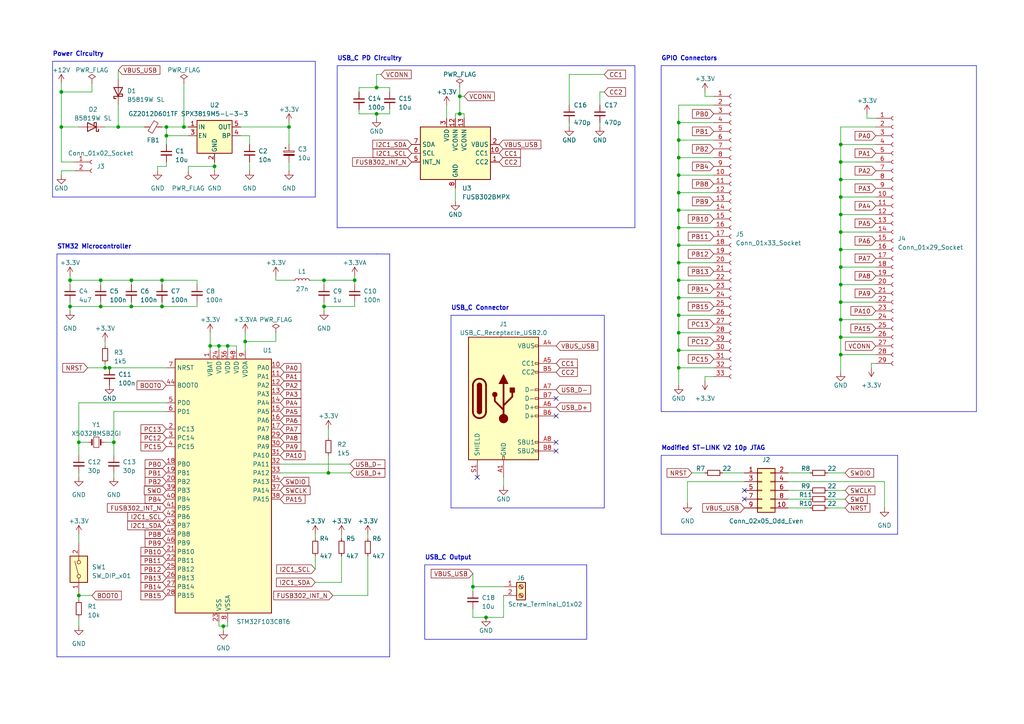
<source format=kicad_sch>
(kicad_sch (version 20230121) (generator eeschema)
  (paper "A4")
  (title_block (title "BluePill") (date "2023-04-18") (rev "1.0") (company "TadasCode"))
  (junction (at 60.96 100.33))
  (junction (at 133.35 27.94))
  (junction (at 243.84 72.39))
  (junction (at 243.84 77.47))
  (junction (at 22.86 128.27))
  (junction (at 243.84 102.87))
  (junction (at 243.84 52.07))
  (junction (at 48.26 36.83))
  (junction (at 140.97 179.07))
  (junction (at 196.85 81.28))
  (junction (at 243.84 87.63))
  (junction (at 46.99 81.28))
  (junction (at 53.34 36.83))
  (junction (at 196.85 76.2))
  (junction (at 109.22 33.02))
  (junction (at 83.82 36.83))
  (junction (at 109.22 25.4))
  (junction (at 22.86 172.72))
  (junction (at 243.84 67.31))
  (junction (at 196.85 55.88))
  (junction (at 196.85 40.64))
  (junction (at 29.21 81.28))
  (junction (at 196.85 35.56))
  (junction (at 137.16 170.18))
  (junction (at 33.02 128.27))
  (junction (at 243.84 92.71))
  (junction (at 243.84 82.55))
  (junction (at 71.12 99.06))
  (junction (at 34.29 36.83))
  (junction (at 243.84 62.23))
  (junction (at 31.75 106.68))
  (junction (at 196.85 60.96))
  (junction (at 93.98 81.28))
  (junction (at 196.85 96.52))
  (junction (at 243.84 46.99))
  (junction (at 95.25 137.16))
  (junction (at 102.87 81.28))
  (junction (at 17.78 26.67))
  (junction (at 196.85 101.6))
  (junction (at 66.04 100.33))
  (junction (at 196.85 45.72))
  (junction (at 20.32 81.28))
  (junction (at 20.32 88.9))
  (junction (at 243.84 97.79))
  (junction (at 196.85 91.44))
  (junction (at 38.1 88.9))
  (junction (at 196.85 71.12))
  (junction (at 62.23 48.26))
  (junction (at 30.48 106.68))
  (junction (at 46.99 88.9))
  (junction (at 64.77 181.61))
  (junction (at 48.26 39.37))
  (junction (at 243.84 57.15))
  (junction (at 196.85 66.04))
  (junction (at 133.35 33.02))
  (junction (at 93.98 88.9))
  (junction (at 29.21 88.9))
  (junction (at 17.78 36.83))
  (junction (at 196.85 50.8))
  (junction (at 196.85 86.36))
  (junction (at 243.84 41.91))
  (junction (at 196.85 106.68))
  (junction (at 63.5 100.33))
  (junction (at 38.1 81.28))
  (no_connect (at 161.29 130.81))
  (no_connect (at 215.9 142.24))
  (no_connect (at 161.29 115.57))
  (no_connect (at 138.43 138.43))
  (no_connect (at 215.9 144.78))
  (no_connect (at 161.29 128.27))
  (no_connect (at 161.29 120.65))
  (wire (pts (xy 48.26 39.37) (xy 54.61 39.37)))
  (wire (pts (xy 243.84 41.91) (xy 243.84 46.99)))
  (wire (pts (xy 196.85 86.36) (xy 196.85 91.44)))
  (wire (pts (xy 243.84 92.71) (xy 254 92.71)))
  (wire (pts (xy 102.87 81.28) (xy 93.98 81.28)))
  (polyline (pts (xy 184.15 19.05) (xy 97.79 19.05)))
  (wire (pts (xy 243.84 41.91) (xy 254 41.91)))
  (wire (pts (xy 137.16 170.18) (xy 146.05 170.18)))
  (wire (pts (xy 199.39 139.7) (xy 199.39 146.05)))
  (wire (pts (xy 60.96 100.33) (xy 63.5 100.33)))
  (wire (pts (xy 165.1 21.59) (xy 175.26 21.59)))
  (wire (pts (xy 137.16 170.18) (xy 137.16 171.45)))
  (wire (pts (xy 207.01 30.48) (xy 196.85 30.48)))
  (wire (pts (xy 22.86 172.72) (xy 22.86 173.99)))
  (wire (pts (xy 251.46 34.29) (xy 254 34.29)))
  (polyline (pts (xy 16.51 73.66) (xy 16.51 190.5)))
  (wire (pts (xy 137.16 176.53) (xy 137.16 179.07)))
  (wire (pts (xy 22.86 128.27) (xy 25.4 128.27)))
  (wire (pts (xy 33.02 128.27) (xy 33.02 132.08)))
  (wire (pts (xy 53.34 36.83) (xy 54.61 36.83)))
  (wire (pts (xy 134.62 34.29) (xy 134.62 33.02)))
  (wire (pts (xy 196.85 86.36) (xy 207.01 86.36)))
  (wire (pts (xy 254 36.83) (xy 243.84 36.83)))
  (wire (pts (xy 22.86 137.16) (xy 22.86 138.43)))
  (wire (pts (xy 63.5 100.33) (xy 66.04 100.33)))
  (wire (pts (xy 30.48 99.06) (xy 30.48 100.33)))
  (wire (pts (xy 57.15 88.9) (xy 46.99 88.9)))
  (wire (pts (xy 104.14 33.02) (xy 109.22 33.02)))
  (wire (pts (xy 101.6 134.62) (xy 81.28 134.62)))
  (wire (pts (xy 240.03 142.24) (xy 245.11 142.24)))
  (wire (pts (xy 21.59 49.53) (xy 17.78 49.53)))
  (wire (pts (xy 175.26 26.67) (xy 173.99 26.67)))
  (wire (pts (xy 196.85 50.8) (xy 207.01 50.8)))
  (wire (pts (xy 137.16 166.37) (xy 137.16 170.18)))
  (wire (pts (xy 243.84 97.79) (xy 254 97.79)))
  (wire (pts (xy 48.26 48.26) (xy 48.26 46.99)))
  (wire (pts (xy 243.84 57.15) (xy 254 57.15)))
  (wire (pts (xy 228.6 142.24) (xy 234.95 142.24)))
  (wire (pts (xy 204.47 27.94) (xy 204.47 26.67)))
  (wire (pts (xy 31.75 106.68) (xy 48.26 106.68)))
  (wire (pts (xy 33.02 137.16) (xy 33.02 138.43)))
  (wire (pts (xy 64.77 181.61) (xy 64.77 182.88)))
  (wire (pts (xy 57.15 87.63) (xy 57.15 88.9)))
  (wire (pts (xy 251.46 33.02) (xy 251.46 34.29)))
  (wire (pts (xy 29.21 87.63) (xy 29.21 88.9)))
  (wire (pts (xy 243.84 102.87) (xy 243.84 107.95)))
  (wire (pts (xy 45.72 48.26) (xy 45.72 49.53)))
  (wire (pts (xy 17.78 36.83) (xy 22.86 36.83)))
  (wire (pts (xy 196.85 45.72) (xy 207.01 45.72)))
  (wire (pts (xy 66.04 180.34) (xy 66.04 181.61)))
  (wire (pts (xy 54.61 49.53) (xy 54.61 48.26)))
  (wire (pts (xy 228.6 147.32) (xy 234.95 147.32)))
  (wire (pts (xy 26.67 26.67) (xy 17.78 26.67)))
  (wire (pts (xy 240.03 147.32) (xy 245.11 147.32)))
  (wire (pts (xy 22.86 179.07) (xy 22.86 181.61)))
  (wire (pts (xy 38.1 88.9) (xy 29.21 88.9)))
  (wire (pts (xy 243.84 52.07) (xy 243.84 57.15)))
  (wire (pts (xy 95.25 137.16) (xy 81.28 137.16)))
  (wire (pts (xy 69.85 39.37) (xy 72.39 39.37)))
  (wire (pts (xy 45.72 48.26) (xy 48.26 48.26)))
  (wire (pts (xy 243.84 97.79) (xy 243.84 102.87)))
  (wire (pts (xy 106.68 172.72) (xy 106.68 161.29)))
  (wire (pts (xy 29.21 81.28) (xy 29.21 82.55)))
  (wire (pts (xy 228.6 139.7) (xy 256.54 139.7)))
  (polyline (pts (xy 167.64 163.83) (xy 170.18 163.83)))
  (wire (pts (xy 243.84 62.23) (xy 243.84 67.31)))
  (polyline (pts (xy 260.35 132.08) (xy 260.35 154.94)))
  (wire (pts (xy 95.25 132.08) (xy 95.25 137.16)))
  (wire (pts (xy 196.85 96.52) (xy 207.01 96.52)))
  (wire (pts (xy 196.85 91.44) (xy 207.01 91.44)))
  (wire (pts (xy 207.01 109.22) (xy 204.47 109.22)))
  (wire (pts (xy 102.87 88.9) (xy 93.98 88.9)))
  (wire (pts (xy 20.32 81.28) (xy 29.21 81.28)))
  (wire (pts (xy 215.9 139.7) (xy 199.39 139.7)))
  (polyline (pts (xy 260.35 154.94) (xy 191.77 154.94)))
  (wire (pts (xy 80.01 80.01) (xy 80.01 81.28)))
  (wire (pts (xy 46.99 81.28) (xy 46.99 82.55)))
  (wire (pts (xy 29.21 88.9) (xy 20.32 88.9)))
  (wire (pts (xy 243.84 46.99) (xy 243.84 52.07)))
  (wire (pts (xy 243.84 77.47) (xy 243.84 82.55)))
  (wire (pts (xy 48.26 119.38) (xy 33.02 119.38)))
  (wire (pts (xy 30.48 128.27) (xy 33.02 128.27)))
  (wire (pts (xy 132.08 54.61) (xy 132.08 58.42)))
  (wire (pts (xy 196.85 106.68) (xy 207.01 106.68)))
  (wire (pts (xy 243.84 67.31) (xy 254 67.31)))
  (polyline (pts (xy 109.22 73.66) (xy 16.51 73.66)))
  (wire (pts (xy 196.85 55.88) (xy 207.01 55.88)))
  (wire (pts (xy 129.54 30.48) (xy 129.54 34.29)))
  (wire (pts (xy 243.84 82.55) (xy 254 82.55)))
  (wire (pts (xy 256.54 139.7) (xy 256.54 147.32)))
  (wire (pts (xy 101.6 137.16) (xy 95.25 137.16)))
  (wire (pts (xy 207.01 27.94) (xy 204.47 27.94)))
  (polyline (pts (xy 130.81 147.32) (xy 175.26 147.32)))
  (wire (pts (xy 243.84 87.63) (xy 254 87.63)))
  (wire (pts (xy 102.87 82.55) (xy 102.87 81.28)))
  (wire (pts (xy 96.52 172.72) (xy 106.68 172.72)))
  (polyline (pts (xy 123.19 163.83) (xy 123.19 179.07)))
  (wire (pts (xy 196.85 30.48) (xy 196.85 35.56)))
  (wire (pts (xy 196.85 55.88) (xy 196.85 60.96)))
  (wire (pts (xy 243.84 82.55) (xy 243.84 87.63)))
  (wire (pts (xy 137.16 179.07) (xy 140.97 179.07)))
  (wire (pts (xy 132.08 33.02) (xy 133.35 33.02)))
  (wire (pts (xy 63.5 180.34) (xy 63.5 181.61)))
  (wire (pts (xy 196.85 45.72) (xy 196.85 50.8)))
  (wire (pts (xy 243.84 52.07) (xy 254 52.07)))
  (wire (pts (xy 173.99 26.67) (xy 173.99 30.48)))
  (wire (pts (xy 25.4 106.68) (xy 30.48 106.68)))
  (wire (pts (xy 93.98 88.9) (xy 93.98 90.17)))
  (wire (pts (xy 243.84 57.15) (xy 243.84 62.23)))
  (wire (pts (xy 62.23 46.99) (xy 62.23 48.26)))
  (wire (pts (xy 200.66 137.16) (xy 204.47 137.16)))
  (polyline (pts (xy 283.21 119.38) (xy 283.21 19.05)))
  (polyline (pts (xy 283.21 19.05) (xy 191.77 19.05)))
  (wire (pts (xy 106.68 154.94) (xy 106.68 156.21)))
  (wire (pts (xy 63.5 181.61) (xy 64.77 181.61)))
  (wire (pts (xy 196.85 91.44) (xy 196.85 96.52)))
  (wire (pts (xy 133.35 27.94) (xy 133.35 33.02)))
  (wire (pts (xy 109.22 21.59) (xy 109.22 25.4)))
  (wire (pts (xy 72.39 39.37) (xy 72.39 41.91)))
  (wire (pts (xy 243.84 36.83) (xy 243.84 41.91)))
  (wire (pts (xy 80.01 99.06) (xy 71.12 99.06)))
  (wire (pts (xy 48.26 36.83) (xy 48.26 39.37)))
  (polyline (pts (xy 91.44 17.78) (xy 15.24 17.78)))
  (wire (pts (xy 38.1 81.28) (xy 46.99 81.28)))
  (wire (pts (xy 173.99 35.56) (xy 173.99 36.83)))
  (wire (pts (xy 146.05 138.43) (xy 146.05 140.97)))
  (wire (pts (xy 30.48 105.41) (xy 30.48 106.68)))
  (polyline (pts (xy 123.19 185.42) (xy 123.19 179.07)))
  (polyline (pts (xy 191.77 132.08) (xy 260.35 132.08)))
  (wire (pts (xy 71.12 96.52) (xy 71.12 99.06)))
  (wire (pts (xy 228.6 137.16) (xy 234.95 137.16)))
  (wire (pts (xy 243.84 72.39) (xy 243.84 77.47)))
  (wire (pts (xy 196.85 60.96) (xy 196.85 66.04)))
  (wire (pts (xy 146.05 172.72) (xy 146.05 179.07)))
  (wire (pts (xy 196.85 81.28) (xy 207.01 81.28)))
  (wire (pts (xy 132.08 34.29) (xy 132.08 33.02)))
  (wire (pts (xy 17.78 46.99) (xy 17.78 36.83)))
  (wire (pts (xy 93.98 81.28) (xy 93.98 82.55)))
  (polyline (pts (xy 130.81 91.44) (xy 130.81 147.32)))
  (wire (pts (xy 196.85 106.68) (xy 196.85 111.76)))
  (wire (pts (xy 48.26 116.84) (xy 22.86 116.84)))
  (wire (pts (xy 196.85 71.12) (xy 196.85 76.2)))
  (polyline (pts (xy 175.26 147.32) (xy 175.26 91.44)))
  (wire (pts (xy 57.15 81.28) (xy 57.15 82.55)))
  (wire (pts (xy 60.96 100.33) (xy 60.96 101.6)))
  (wire (pts (xy 22.86 154.94) (xy 22.86 157.48)))
  (polyline (pts (xy 184.15 66.04) (xy 184.15 19.05)))
  (wire (pts (xy 165.1 21.59) (xy 165.1 30.48)))
  (wire (pts (xy 104.14 31.75) (xy 104.14 33.02)))
  (wire (pts (xy 20.32 88.9) (xy 20.32 90.17)))
  (wire (pts (xy 240.03 144.78) (xy 245.11 144.78)))
  (wire (pts (xy 243.84 102.87) (xy 254 102.87)))
  (wire (pts (xy 109.22 25.4) (xy 113.03 25.4)))
  (wire (pts (xy 34.29 30.48) (xy 34.29 36.83)))
  (wire (pts (xy 34.29 36.83) (xy 41.91 36.83)))
  (wire (pts (xy 20.32 87.63) (xy 20.32 88.9)))
  (wire (pts (xy 53.34 24.13) (xy 53.34 36.83)))
  (wire (pts (xy 33.02 119.38) (xy 33.02 128.27)))
  (wire (pts (xy 72.39 46.99) (xy 72.39 49.53)))
  (wire (pts (xy 196.85 76.2) (xy 196.85 81.28)))
  (wire (pts (xy 196.85 76.2) (xy 207.01 76.2)))
  (wire (pts (xy 93.98 87.63) (xy 93.98 88.9)))
  (wire (pts (xy 95.25 124.46) (xy 95.25 127)))
  (polyline (pts (xy 191.77 132.08) (xy 191.77 154.94)))
  (polyline (pts (xy 191.77 19.05) (xy 191.77 119.38)))
  (wire (pts (xy 34.29 20.32) (xy 34.29 22.86)))
  (wire (pts (xy 46.99 36.83) (xy 48.26 36.83)))
  (wire (pts (xy 207.01 60.96) (xy 196.85 60.96)))
  (wire (pts (xy 196.85 66.04) (xy 207.01 66.04)))
  (wire (pts (xy 69.85 36.83) (xy 83.82 36.83)))
  (wire (pts (xy 133.35 33.02) (xy 134.62 33.02)))
  (wire (pts (xy 146.05 179.07) (xy 140.97 179.07)))
  (wire (pts (xy 99.06 168.91) (xy 99.06 161.29)))
  (wire (pts (xy 38.1 81.28) (xy 38.1 82.55)))
  (wire (pts (xy 91.44 154.94) (xy 91.44 156.21)))
  (wire (pts (xy 48.26 39.37) (xy 48.26 41.91)))
  (wire (pts (xy 68.58 100.33) (xy 68.58 101.6)))
  (polyline (pts (xy 16.51 190.5) (xy 113.03 190.5)))
  (wire (pts (xy 196.85 101.6) (xy 207.01 101.6)))
  (wire (pts (xy 26.67 24.13) (xy 26.67 26.67)))
  (wire (pts (xy 196.85 50.8) (xy 196.85 55.88)))
  (wire (pts (xy 104.14 26.67) (xy 104.14 25.4)))
  (wire (pts (xy 104.14 25.4) (xy 109.22 25.4)))
  (wire (pts (xy 66.04 100.33) (xy 68.58 100.33)))
  (polyline (pts (xy 170.18 163.83) (xy 170.18 185.42)))
  (polyline (pts (xy 97.79 19.05) (xy 97.79 66.04)))
  (polyline (pts (xy 170.18 185.42) (xy 123.19 185.42)))
  (wire (pts (xy 228.6 144.78) (xy 234.95 144.78)))
  (wire (pts (xy 26.67 172.72) (xy 22.86 172.72)))
  (wire (pts (xy 196.85 71.12) (xy 207.01 71.12)))
  (wire (pts (xy 240.03 137.16) (xy 245.11 137.16)))
  (wire (pts (xy 62.23 48.26) (xy 62.23 49.53)))
  (wire (pts (xy 196.85 96.52) (xy 196.85 101.6)))
  (wire (pts (xy 109.22 33.02) (xy 113.03 33.02)))
  (polyline (pts (xy 109.22 73.66) (xy 113.03 73.66)))
  (wire (pts (xy 196.85 35.56) (xy 196.85 40.64)))
  (wire (pts (xy 22.86 116.84) (xy 22.86 128.27)))
  (wire (pts (xy 110.49 21.59) (xy 109.22 21.59)))
  (wire (pts (xy 80.01 96.52) (xy 80.01 99.06)))
  (wire (pts (xy 204.47 109.22) (xy 204.47 110.49)))
  (polyline (pts (xy 175.26 91.44) (xy 130.81 91.44)))
  (wire (pts (xy 66.04 181.61) (xy 64.77 181.61)))
  (wire (pts (xy 90.17 81.28) (xy 93.98 81.28)))
  (wire (pts (xy 21.59 46.99) (xy 17.78 46.99)))
  (wire (pts (xy 91.44 165.1) (xy 91.44 161.29)))
  (wire (pts (xy 30.48 106.68) (xy 31.75 106.68)))
  (wire (pts (xy 60.96 96.52) (xy 60.96 100.33)))
  (polyline (pts (xy 15.24 17.78) (xy 15.24 57.15)))
  (polyline (pts (xy 15.24 57.15) (xy 91.44 57.15)))
  (wire (pts (xy 17.78 26.67) (xy 17.78 36.83)))
  (wire (pts (xy 48.26 36.83) (xy 53.34 36.83)))
  (wire (pts (xy 80.01 81.28) (xy 85.09 81.28)))
  (wire (pts (xy 17.78 24.13) (xy 17.78 26.67)))
  (polyline (pts (xy 123.19 163.83) (xy 167.64 163.83)))
  (wire (pts (xy 102.87 87.63) (xy 102.87 88.9)))
  (wire (pts (xy 17.78 49.53) (xy 17.78 50.8)))
  (wire (pts (xy 46.99 88.9) (xy 38.1 88.9)))
  (wire (pts (xy 134.62 27.94) (xy 133.35 27.94)))
  (wire (pts (xy 30.48 36.83) (xy 34.29 36.83)))
  (wire (pts (xy 243.84 67.31) (xy 243.84 72.39)))
  (wire (pts (xy 109.22 33.02) (xy 109.22 34.29)))
  (wire (pts (xy 38.1 87.63) (xy 38.1 88.9)))
  (wire (pts (xy 83.82 35.56) (xy 83.82 36.83)))
  (wire (pts (xy 20.32 80.01) (xy 20.32 81.28)))
  (wire (pts (xy 165.1 35.56) (xy 165.1 36.83)))
  (polyline (pts (xy 191.77 119.38) (xy 283.21 119.38)))
  (wire (pts (xy 243.84 92.71) (xy 243.84 97.79)))
  (wire (pts (xy 243.84 62.23) (xy 254 62.23)))
  (wire (pts (xy 20.32 81.28) (xy 20.32 82.55)))
  (wire (pts (xy 196.85 40.64) (xy 207.01 40.64)))
  (wire (pts (xy 254 46.99) (xy 243.84 46.99)))
  (wire (pts (xy 196.85 35.56) (xy 207.01 35.56)))
  (wire (pts (xy 71.12 99.06) (xy 71.12 101.6)))
  (wire (pts (xy 63.5 100.33) (xy 63.5 101.6)))
  (wire (pts (xy 22.86 128.27) (xy 22.86 132.08)))
  (wire (pts (xy 196.85 81.28) (xy 196.85 86.36)))
  (wire (pts (xy 196.85 101.6) (xy 196.85 106.68)))
  (wire (pts (xy 254 105.41) (xy 252.73 105.41)))
  (wire (pts (xy 113.03 33.02) (xy 113.03 31.75)))
  (wire (pts (xy 209.55 137.16) (xy 215.9 137.16)))
  (wire (pts (xy 133.35 25.4) (xy 133.35 27.94)))
  (wire (pts (xy 196.85 40.64) (xy 196.85 45.72)))
  (wire (pts (xy 66.04 100.33) (xy 66.04 101.6)))
  (wire (pts (xy 243.84 72.39) (xy 254 72.39)))
  (wire (pts (xy 243.84 77.47) (xy 254 77.47)))
  (wire (pts (xy 243.84 87.63) (xy 243.84 92.71)))
  (wire (pts (xy 102.87 80.01) (xy 102.87 81.28)))
  (wire (pts (xy 54.61 48.26) (xy 62.23 48.26)))
  (polyline (pts (xy 97.79 66.04) (xy 184.15 66.04)))
  (polyline (pts (xy 91.44 57.15) (xy 91.44 17.78)))
  (wire (pts (xy 46.99 87.63) (xy 46.99 88.9)))
  (wire (pts (xy 113.03 25.4) (xy 113.03 26.67)))
  (wire (pts (xy 29.21 81.28) (xy 38.1 81.28)))
  (polyline (pts (xy 113.03 190.5) (xy 113.03 73.66)))
  (wire (pts (xy 83.82 46.99) (xy 83.82 49.53)))
  (wire (pts (xy 99.06 154.94) (xy 99.06 156.21)))
  (wire (pts (xy 83.82 36.83) (xy 83.82 41.91)))
  (wire (pts (xy 196.85 66.04) (xy 196.85 71.12)))
  (wire (pts (xy 91.44 168.91) (xy 99.06 168.91)))
  (wire (pts (xy 252.73 105.41) (xy 252.73 106.68)))
  (wire (pts (xy 46.99 81.28) (xy 57.15 81.28)))
  (text "STM32 Microcontroller" (at 16.51 72.39 0) (effects (font (size 1.27 1.27) (thickness 0.254) bold) (justify left bottom)))
  (text "Modified ST-LINK V2 10p JTAG" (at 191.77 130.81 0) (effects (font (size 1.27 1.27) bold) (justify left bottom)))
  (text "USB_C Connector" (at 130.81 90.17 0) (effects (font (size 1.27 1.27) bold) (justify left bottom)))
  (text "Power Circuitry" (at 15.24 16.51 0) (effects (font (size 1.27 1.27) (thickness 0.254) bold) (justify left bottom)))
  (text "GPIO Connectors" (at 191.77 17.78 0) (effects (font (size 1.27 1.27) bold) (justify left bottom)))
  (text "USB_C Output" (at 123.19 162.56 0) (effects (font (size 1.27 1.27) (thickness 0.254) bold) (justify left bottom)))
  (text "USB_C PD Circuitry" (at 97.79 17.78 0) (effects (font (size 1.27 1.27) (thickness 0.254) bold) (justify left bottom)))
  (global_label "PB15" (shape input) (at 48.26 172.72 180) (property "Intersheetrefs" "${INTERSHEET_REFS}" (effects hide)))
  (global_label "PA6" (shape input) (at 254 69.85 180) (property "Intersheetrefs" "${INTERSHEET_REFS}" (effects hide)))
  (global_label "CC2" (shape input) (at 175.26 26.67 0) (property "Intersheetrefs" "${INTERSHEET_REFS}" (effects hide)))
  (global_label "I2C1_SDA" (shape input) (at 119.38 41.91 180) (property "Intersheetrefs" "${INTERSHEET_REFS}" (effects hide)))
  (global_label "FUSB302_INT_N" (shape input) (at 119.38 46.99 180) (property "Intersheetrefs" "${INTERSHEET_REFS}" (effects hide)))
  (global_label "CC1" (shape input) (at 175.26 21.59 0) (property "Intersheetrefs" "${INTERSHEET_REFS}" (effects hide)))
  (global_label "VBUS_USB" (shape input) (at 34.29 20.32 0) (property "Intersheetrefs" "${INTERSHEET_REFS}" (effects hide)))
  (global_label "SWCLK" (shape input) (at 245.11 142.24 0) (property "Intersheetrefs" "${INTERSHEET_REFS}" (effects hide)))
  (global_label "PB14" (shape input) (at 207.01 83.82 180) (property "Intersheetrefs" "${INTERSHEET_REFS}" (effects hide)))
  (global_label "SWCLK" (shape input) (at 81.28 142.24 0) (property "Intersheetrefs" "${INTERSHEET_REFS}" (effects hide)))
  (global_label "PB13" (shape input) (at 48.26 167.64 180) (property "Intersheetrefs" "${INTERSHEET_REFS}" (effects hide)))
  (global_label "PB11" (shape input) (at 207.01 68.58 180) (property "Intersheetrefs" "${INTERSHEET_REFS}" (effects hide)))
  (global_label "PA4" (shape input) (at 81.28 116.84 0) (property "Intersheetrefs" "${INTERSHEET_REFS}" (effects hide)))
  (global_label "PB10" (shape input) (at 207.01 63.5 180) (property "Intersheetrefs" "${INTERSHEET_REFS}" (effects hide)))
  (global_label "PC15" (shape input) (at 48.26 129.54 180) (property "Intersheetrefs" "${INTERSHEET_REFS}" (effects hide)))
  (global_label "BOOT0" (shape input) (at 26.67 172.72 0) (property "Intersheetrefs" "${INTERSHEET_REFS}" (effects hide)))
  (global_label "CC1" (shape input) (at 144.78 44.45 0) (property "Intersheetrefs" "${INTERSHEET_REFS}" (effects hide)))
  (global_label "FUSB302_INT_N" (shape input) (at 48.26 147.32 180) (property "Intersheetrefs" "${INTERSHEET_REFS}" (effects hide)))
  (global_label "PB2" (shape input) (at 48.26 139.7 180) (property "Intersheetrefs" "${INTERSHEET_REFS}" (effects hide)))
  (global_label "I2C1_SDA" (shape input) (at 91.44 168.91 180) (property "Intersheetrefs" "${INTERSHEET_REFS}" (effects hide)))
  (global_label "FUSB302_INT_N" (shape input) (at 96.52 172.72 180) (property "Intersheetrefs" "${INTERSHEET_REFS}" (effects hide)))
  (global_label "PA10" (shape input) (at 81.28 132.08 0) (property "Intersheetrefs" "${INTERSHEET_REFS}" (effects hide)))
  (global_label "PB12" (shape input) (at 207.01 73.66 180) (property "Intersheetrefs" "${INTERSHEET_REFS}" (effects hide)))
  (global_label "PA7" (shape input) (at 81.28 124.46 0) (property "Intersheetrefs" "${INTERSHEET_REFS}" (effects hide)))
  (global_label "PB11" (shape input) (at 48.26 162.56 180) (property "Intersheetrefs" "${INTERSHEET_REFS}" (effects hide)))
  (global_label "PA9" (shape input) (at 81.28 129.54 0) (property "Intersheetrefs" "${INTERSHEET_REFS}" (effects hide)))
  (global_label "PA5" (shape input) (at 81.28 119.38 0) (property "Intersheetrefs" "${INTERSHEET_REFS}" (effects hide)))
  (global_label "PA1" (shape input) (at 81.28 109.22 0) (property "Intersheetrefs" "${INTERSHEET_REFS}" (effects hide)))
  (global_label "PA4" (shape input) (at 254 59.69 180) (property "Intersheetrefs" "${INTERSHEET_REFS}" (effects hide)))
  (global_label "PA15" (shape input) (at 81.28 144.78 0) (property "Intersheetrefs" "${INTERSHEET_REFS}" (effects hide)))
  (global_label "PA3" (shape input) (at 254 54.61 180) (property "Intersheetrefs" "${INTERSHEET_REFS}" (effects hide)))
  (global_label "PA2" (shape input) (at 254 49.53 180) (property "Intersheetrefs" "${INTERSHEET_REFS}" (effects hide)))
  (global_label "SWDIO" (shape input) (at 245.11 137.16 0) (property "Intersheetrefs" "${INTERSHEET_REFS}" (effects hide)))
  (global_label "I2C1_SDA" (shape input) (at 48.26 152.4 180) (property "Intersheetrefs" "${INTERSHEET_REFS}" (effects hide)))
  (global_label "PB12" (shape input) (at 48.26 165.1 180) (property "Intersheetrefs" "${INTERSHEET_REFS}" (effects hide)))
  (global_label "PB14" (shape input) (at 48.26 170.18 180) (property "Intersheetrefs" "${INTERSHEET_REFS}" (effects hide)))
  (global_label "PA10" (shape input) (at 254 90.17 180) (property "Intersheetrefs" "${INTERSHEET_REFS}" (effects hide)))
  (global_label "BOOT0" (shape input) (at 48.26 111.76 180) (property "Intersheetrefs" "${INTERSHEET_REFS}" (effects hide)))
  (global_label "PB9" (shape input) (at 48.26 157.48 180) (property "Intersheetrefs" "${INTERSHEET_REFS}" (effects hide)))
  (global_label "PA6" (shape input) (at 81.28 121.92 0) (property "Intersheetrefs" "${INTERSHEET_REFS}" (effects hide)))
  (global_label "PA2" (shape input) (at 81.28 111.76 0) (property "Intersheetrefs" "${INTERSHEET_REFS}" (effects hide)))
  (global_label "VBUS_USB" (shape input) (at 161.29 100.33 0) (property "Intersheetrefs" "${INTERSHEET_REFS}" (effects hide)))
  (global_label "PB1" (shape input) (at 48.26 137.16 180) (property "Intersheetrefs" "${INTERSHEET_REFS}" (effects hide)))
  (global_label "PC13" (shape input) (at 207.01 93.98 180) (property "Intersheetrefs" "${INTERSHEET_REFS}" (effects hide)))
  (global_label "SWO" (shape input) (at 245.11 144.78 0) (property "Intersheetrefs" "${INTERSHEET_REFS}" (effects hide)))
  (global_label "CC2" (shape input) (at 144.78 46.99 0) (property "Intersheetrefs" "${INTERSHEET_REFS}" (effects hide)))
  (global_label "PA7" (shape input) (at 254 74.93 180) (property "Intersheetrefs" "${INTERSHEET_REFS}" (effects hide)))
  (global_label "PA3" (shape input) (at 81.28 114.3 0) (property "Intersheetrefs" "${INTERSHEET_REFS}" (effects hide)))
  (global_label "CC1" (shape input) (at 161.29 105.41 0) (property "Intersheetrefs" "${INTERSHEET_REFS}" (effects hide)))
  (global_label "VCONN" (shape input) (at 110.49 21.59 0) (property "Intersheetrefs" "${INTERSHEET_REFS}" (effects hide)))
  (global_label "NRST" (shape input) (at 245.11 147.32 0) (property "Intersheetrefs" "${INTERSHEET_REFS}" (effects hide)))
  (global_label "I2C1_SCL" (shape input) (at 91.44 165.1 180) (property "Intersheetrefs" "${INTERSHEET_REFS}" (effects hide)))
  (global_label "USB_D+" (shape input) (at 101.6 137.16 0) (property "Intersheetrefs" "${INTERSHEET_REFS}" (effects hide)))
  (global_label "PA1" (shape input) (at 254 44.45 180) (property "Intersheetrefs" "${INTERSHEET_REFS}" (effects hide)))
  (global_label "PB8" (shape input) (at 207.01 53.34 180) (property "Intersheetrefs" "${INTERSHEET_REFS}" (effects hide)))
  (global_label "PB0" (shape input) (at 48.26 134.62 180) (property "Intersheetrefs" "${INTERSHEET_REFS}" (effects hide)))
  (global_label "PC15" (shape input) (at 207.01 104.14 180) (property "Intersheetrefs" "${INTERSHEET_REFS}" (effects hide)))
  (global_label "I2C1_SCL" (shape input) (at 48.26 149.86 180) (property "Intersheetrefs" "${INTERSHEET_REFS}" (effects hide)))
  (global_label "PA8" (shape input) (at 254 80.01 180) (property "Intersheetrefs" "${INTERSHEET_REFS}" (effects hide)))
  (global_label "PB8" (shape input) (at 48.26 154.94 180) (property "Intersheetrefs" "${INTERSHEET_REFS}" (effects hide)))
  (global_label "USB_D+" (shape input) (at 161.29 118.11 0) (property "Intersheetrefs" "${INTERSHEET_REFS}" (effects hide)))
  (global_label "VCONN" (shape input) (at 134.62 27.94 0) (property "Intersheetrefs" "${INTERSHEET_REFS}" (effects hide)))
  (global_label "PC12" (shape input) (at 48.26 127 180) (property "Intersheetrefs" "${INTERSHEET_REFS}" (effects hide)))
  (global_label "PB0" (shape input) (at 207.01 33.02 180) (property "Intersheetrefs" "${INTERSHEET_REFS}" (effects hide)))
  (global_label "PA0" (shape input) (at 254 39.37 180) (property "Intersheetrefs" "${INTERSHEET_REFS}" (effects hide)))
  (global_label "PB15" (shape input) (at 207.01 88.9 180) (property "Intersheetrefs" "${INTERSHEET_REFS}" (effects hide)))
  (global_label "PB10" (shape input) (at 48.26 160.02 180) (property "Intersheetrefs" "${INTERSHEET_REFS}" (effects hide)))
  (global_label "PC13" (shape input) (at 48.26 124.46 180) (property "Intersheetrefs" "${INTERSHEET_REFS}" (effects hide)))
  (global_label "VBUS_USB" (shape input) (at 144.78 41.91 0) (property "Intersheetrefs" "${INTERSHEET_REFS}" (effects hide)))
  (global_label "PB4" (shape input) (at 207.01 48.26 180) (property "Intersheetrefs" "${INTERSHEET_REFS}" (effects hide)))
  (global_label "SWO" (shape input) (at 48.26 142.24 180) (property "Intersheetrefs" "${INTERSHEET_REFS}" (effects hide)))
  (global_label "PB9" (shape input) (at 207.01 58.42 180) (property "Intersheetrefs" "${INTERSHEET_REFS}" (effects hide)))
  (global_label "PB13" (shape input) (at 207.01 78.74 180) (property "Intersheetrefs" "${INTERSHEET_REFS}" (effects hide)))
  (global_label "VBUS_USB" (shape input) (at 215.9 147.32 180) (property "Intersheetrefs" "${INTERSHEET_REFS}" (effects hide)))
  (global_label "PC12" (shape input) (at 207.01 99.06 180) (property "Intersheetrefs" "${INTERSHEET_REFS}" (effects hide)))
  (global_label "PA0" (shape input) (at 81.28 106.68 0) (property "Intersheetrefs" "${INTERSHEET_REFS}" (effects hide)))
  (global_label "I2C1_SCL" (shape input) (at 119.38 44.45 180) (property "Intersheetrefs" "${INTERSHEET_REFS}" (effects hide)))
  (global_label "PA15" (shape input) (at 254 95.25 180) (property "Intersheetrefs" "${INTERSHEET_REFS}" (effects hide)))
  (global_label "VCONN" (shape input) (at 254 100.33 180) (property "Intersheetrefs" "${INTERSHEET_REFS}" (effects hide)))
  (global_label "PB1" (shape input) (at 207.01 38.1 180) (property "Intersheetrefs" "${INTERSHEET_REFS}" (effects hide)))
  (global_label "NRST" (shape input) (at 25.4 106.68 180) (property "Intersheetrefs" "${INTERSHEET_REFS}" (effects hide)))
  (global_label "PA9" (shape input) (at 254 85.09 180) (property "Intersheetrefs" "${INTERSHEET_REFS}" (effects hide)))
  (global_label "PB4" (shape input) (at 48.26 144.78 180) (property "Intersheetrefs" "${INTERSHEET_REFS}" (effects hide)))
  (global_label "PA5" (shape input) (at 254 64.77 180) (property "Intersheetrefs" "${INTERSHEET_REFS}" (effects hide)))
  (global_label "CC2" (shape input) (at 161.29 107.95 0) (property "Intersheetrefs" "${INTERSHEET_REFS}" (effects hide)))
  (global_label "USB_D-" (shape input) (at 101.6 134.62 0) (property "Intersheetrefs" "${INTERSHEET_REFS}" (effects hide)))
  (global_label "PA8" (shape input) (at 81.28 127 0) (property "Intersheetrefs" "${INTERSHEET_REFS}" (effects hide)))
  (global_label "NRST" (shape input) (at 200.66 137.16 180) (property "Intersheetrefs" "${INTERSHEET_REFS}" (effects hide)))
  (global_label "PB2" (shape input) (at 207.01 43.18 180) (property "Intersheetrefs" "${INTERSHEET_REFS}" (effects hide)))
  (global_label "VBUS_USB" (shape input) (at 137.16 166.37 180) (property "Intersheetrefs" "${INTERSHEET_REFS}" (effects hide)))
  (global_label "USB_D-" (shape input) (at 161.29 113.03 0) (property "Intersheetrefs" "${INTERSHEET_REFS}" (effects hide)))
  (global_label "SWDIO" (shape input) (at 81.28 139.7 0) (property "Intersheetrefs" "${INTERSHEET_REFS}" (effects hide)))
  (symbol (lib_id "Device:C_Small") (at 29.21 85.09 0) (unit 1)
    (property "Reference" "C5" (at 31.75 84.4613 0) (effects (justify left)))
    (property "Value" "100n" (at 31.75 87.0013 0) (effects (justify left)))
    (property "Footprint" "Capacitor_SMD:C_0402_1005Metric" (effects hide))
  )
  (symbol (lib_id "power:GND") (at 146.05 140.97 0) (unit 1)
    (property "Reference" "#PWR019" (effects hide))
    (property "Value" "GND" (at 146.05 144.78 0))
  )
  (symbol (lib_id "power:+3.3VA") (at 71.12 96.52 0) (unit 1)
    (property "Reference" "#PWR03" (effects hide))
    (property "Value" "+3.3VA" (at 71.12 92.71 0))
  )
  (symbol (lib_id "power:GND") (at 93.98 90.17 0) (unit 1)
    (property "Reference" "#PWR012" (effects hide))
    (property "Value" "GND" (at 93.98 95.25 0))
  )
  (symbol (lib_id "power:+3.3V") (at 80.01 80.01 0) (unit 1)
    (property "Reference" "#PWR011" (effects hide))
    (property "Value" "+3.3V" (at 80.01 76.2 0))
  )
  (symbol (lib_id "Device:C_Small") (at 31.75 109.22 0) (unit 1)
    (property "Reference" "C11" (at 34.29 108.5913 0) (effects (justify left)))
    (property "Value" "100n" (at 34.29 111.1313 0) (effects (justify left)))
    (property "Footprint" "Capacitor_SMD:C_0402_1005Metric" (effects hide))
  )
  (symbol (lib_id "Device:R_Small") (at 95.25 129.54 0) (unit 1)
    (property "Reference" "R2" (at 97.79 128.905 0) (effects (justify left)))
    (property "Value" "1k5" (at 97.79 131.445 0) (effects (justify left)))
    (property "Footprint" "Resistor_SMD:R_0402_1005Metric" (effects hide))
  )
  (symbol (lib_id "power:PWR_FLAG") (at 80.01 96.52 0) (unit 1)
    (property "Reference" "#FLG04" (effects hide))
    (property "Value" "PWR_FLAG" (at 80.01 92.71 0))
  )
  (symbol (lib_id "Connector:Conn_01x29_Socket") (at 259.08 69.85 0) (unit 1)
    (property "Reference" "J4" (at 260.35 69.215 0) (effects (justify left)))
    (property "Value" "Conn_01x29_Socket" (at 260.35 71.755 0) (effects (justify left)))
    (property "Footprint" "Connector_PinSocket_2.54mm:PinSocket_1x29_P2.54mm_Vertical" (effects hide))
  )
  (symbol (lib_id "Interface_USB:FUSB302BMPX") (at 132.08 44.45 0) (unit 1)
    (property "Reference" "U3" (at 134.0359 54.61 0) (effects (justify left)))
    (property "Value" "FUSB302BMPX" (at 134.0359 57.15 0) (effects (justify left)))
    (property "Footprint" "Package_DFN_QFN:WQFN-14-1EP_2.5x2.5mm_P0.5mm_EP1.45x1.45mm" (effects hide))
    (property "Datasheet" "http://www.onsemi.com/pub/Collateral/FUSB302B-D.PDF" (effects hide))
  )
  (symbol (lib_id "Connector:Conn_01x33_Socket") (at 212.09 68.58 0) (unit 1)
    (property "Reference" "J5" (at 213.36 67.945 0) (effects (justify left)))
    (property "Value" "Conn_01x33_Socket" (at 213.36 70.485 0) (effects (justify left)))
    (property "Footprint" "Connector_PinSocket_2.54mm:PinSocket_1x33_P2.54mm_Vertical" (effects hide))
  )
  (symbol (lib_id "Device:D_Schottky") (at 26.67 36.83 180) (unit 1)
    (property "Reference" "D2" (at 26.9875 31.75 0))
    (property "Value" "B5819W SL" (at 26.9875 34.29 0))
    (property "Footprint" "Diode_SMD:D_SOD-123" (effects hide))
  )
  (symbol (lib_id "power:GND") (at 31.75 111.76 0) (unit 1)
    (property "Reference" "#PWR024" (effects hide))
    (property "Value" "GND" (at 31.75 115.57 0))
  )
  (symbol (lib_id "power:+3.3V") (at 95.25 124.46 0) (unit 1)
    (property "Reference" "#PWR08" (effects hide))
    (property "Value" "+3.3V" (at 95.25 120.65 0))
  )
  (symbol (lib_id "Device:C_Small") (at 46.99 85.09 0) (unit 1)
    (property "Reference" "C7" (at 49.53 84.4613 0) (effects (justify left)))
    (property "Value" "100n" (at 49.53 87.0013 0) (effects (justify left)))
    (property "Footprint" "Capacitor_SMD:C_0402_1005Metric" (effects hide))
  )
  (symbol (lib_id "Device:R_Small") (at 30.48 102.87 0) (unit 1)
    (property "Reference" "R3" (at 33.02 102.235 0) (effects (justify left)))
    (property "Value" "1k5" (at 33.02 104.775 0) (effects (justify left)))
    (property "Footprint" "Inductor_SMD:L_0805_2012Metric" (effects hide))
  )
  (symbol (lib_id "power:GND") (at 256.54 147.32 0) (unit 1)
    (property "Reference" "#PWR034" (effects hide))
    (property "Value" "GND" (at 256.54 152.4 0))
  )
  (symbol (lib_id "power:+3.3V") (at 106.68 154.94 0) (unit 1)
    (property "Reference" "#PWR032" (effects hide))
    (property "Value" "+3.3V" (at 106.68 151.13 0))
  )
  (symbol (lib_id "power:+3.3V") (at 204.47 110.49 180) (unit 1)
    (property "Reference" "#PWR036" (effects hide))
    (property "Value" "+3.3V" (at 204.47 115.57 0))
  )
  (symbol (lib_id "power:+3.3V") (at 129.54 30.48 0) (unit 1)
    (property "Reference" "#PWR025" (effects hide))
    (property "Value" "+3.3V" (at 129.54 26.67 0))
  )
  (symbol (lib_id "power:GND") (at 62.23 49.53 0) (unit 1)
    (property "Reference" "#PWR015" (effects hide))
    (property "Value" "GND" (at 62.23 54.61 0))
  )
  (symbol (lib_id "Device:C_Small") (at 38.1 85.09 0) (unit 1)
    (property "Reference" "C6" (at 40.64 84.4613 0) (effects (justify left)))
    (property "Value" "100n" (at 40.64 87.0013 0) (effects (justify left)))
    (property "Footprint" "Capacitor_SMD:C_0402_1005Metric" (effects hide))
  )
  (symbol (lib_id "power:+3.3V") (at 83.82 35.56 0) (unit 1)
    (property "Reference" "#PWR017" (effects hide))
    (property "Value" "+3.3V" (at 83.82 31.75 0))
  )
  (symbol (lib_id "power:+12V") (at 17.78 24.13 0) (unit 1)
    (property "Reference" "#PWR022" (effects hide))
    (property "Value" "+12V" (at 17.78 20.32 0))
  )
  (symbol (lib_id "Device:C_Small") (at 57.15 85.09 0) (unit 1)
    (property "Reference" "C8" (at 59.69 84.4613 0) (effects (justify left)))
    (property "Value" "100n" (at 59.69 87.0013 0) (effects (justify left)))
    (property "Footprint" "Capacitor_SMD:C_0402_1005Metric" (effects hide))
  )
  (symbol (lib_id "power:GND") (at 196.85 111.76 0) (unit 1)
    (property "Reference" "#PWR039" (effects hide))
    (property "Value" "GND" (at 196.85 115.57 0))
  )
  (symbol (lib_id "power:GND") (at 199.39 146.05 0) (unit 1)
    (property "Reference" "#PWR033" (effects hide))
    (property "Value" "GND" (at 199.39 151.13 0))
  )
  (symbol (lib_id "power:GND") (at 22.86 138.43 0) (unit 1)
    (property "Reference" "#PWR04" (effects hide))
    (property "Value" "GND" (at 22.86 143.51 0))
  )
  (symbol (lib_id "Device:C_Polarized_Small") (at 83.82 44.45 0) (unit 1)
    (property "Reference" "C3" (at 86.36 43.2689 0) (effects (justify left)))
    (property "Value" "10u" (at 86.36 45.8089 0) (effects (justify left)))
    (property "Footprint" "Capacitor_THT:CP_Radial_D4.0mm_P2.00mm" (effects hide))
  )
  (symbol (lib_id "Switch:SW_DIP_x01") (at 22.86 165.1 90) (unit 1)
    (property "Reference" "SW1" (at 26.67 164.465 90) (effects (justify right)))
    (property "Value" "SW_DIP_x01" (at 26.67 167.005 90) (effects (justify right)))
    (property "Footprint" "Button_Switch_SMD:SW_DIP_SPSTx01_Slide_6.7x4.1mm_W8.61mm_P2.54mm_LowProfile" (effects hide))
  )
  (symbol (lib_id "Device:C_Small") (at 165.1 33.02 0) (unit 1)
    (property "Reference" "C16" (at 166.37 30.48 0) (effects (justify left)))
    (property "Value" "470p" (at 166.37 35.56 0) (effects (justify left)))
    (property "Footprint" "Capacitor_SMD:C_0402_1005Metric" (effects hide))
  )
  (symbol (lib_id "Device:C_Small") (at 48.26 44.45 0) (unit 1)
    (property "Reference" "C1" (at 50.8 43.8213 0) (effects (justify left)))
    (property "Value" "10u" (at 50.8 46.3613 0) (effects (justify left)))
    (property "Footprint" "Capacitor_SMD:C_1206_3216Metric" (effects hide))
  )
  (symbol (lib_id "power:GND") (at 64.77 182.88 0) (unit 1)
    (property "Reference" "#PWR01" (effects hide))
    (property "Value" "GND" (at 64.77 187.96 0))
  )
  (symbol (lib_id "power:+3.3V") (at 252.73 106.68 180) (unit 1)
    (property "Reference" "#PWR037" (effects hide))
    (property "Value" "+3.3V" (at 252.73 111.76 0))
  )
  (symbol (lib_id "Device:FerriteBead_Small") (at 44.45 36.83 90) (unit 1)
    (property "Reference" "FB1" (at 44.45 40.64 90))
    (property "Value" "GZ2012D601TF" (at 44.45 33.02 90))
    (property "Footprint" "Inductor_SMD:L_0805_2012Metric" (effects hide))
  )
  (symbol (lib_id "power:+3.3V") (at 22.86 154.94 0) (unit 1)
    (property "Reference" "#PWR06" (effects hide))
    (property "Value" "+3.3V" (at 22.86 151.13 0))
  )
  (symbol (lib_id "power:+3.3VA") (at 102.87 80.01 0) (unit 1)
    (property "Reference" "#PWR013" (effects hide))
    (property "Value" "+3.3VA" (at 102.87 76.2 0))
  )
  (symbol (lib_id "Device:Crystal_Small") (at 27.94 128.27 0) (unit 1)
    (property "Reference" "Y1" (at 27.94 123.19 0))
    (property "Value" "X50328MSB2GI" (at 27.94 125.73 0))
    (property "Footprint" "Crystal:Crystal_SMD_5032-2Pin_5.0x3.2mm" (effects hide))
  )
  (symbol (lib_id "power:PWR_FLAG") (at 133.35 25.4 0) (unit 1)
    (property "Reference" "#FLG05" (effects hide))
    (property "Value" "PWR_FLAG" (at 133.35 21.59 0))
  )
  (symbol (lib_id "Device:R_Small") (at 99.06 158.75 0) (unit 1)
    (property "Reference" "R5" (at 100.33 156.21 0) (effects (justify left)))
    (property "Value" "4k7" (at 100.33 161.29 0) (effects (justify left)))
    (property "Footprint" "Resistor_SMD:R_0805_2012Metric" (effects hide))
  )
  (symbol (lib_id "Device:C_Small") (at 104.14 29.21 0) (unit 1)
    (property "Reference" "C14" (at 106.68 28.5813 0) (effects (justify left)))
    (property "Value" "100p" (at 106.68 31.1213 0) (effects (justify left)))
    (property "Footprint" "Capacitor_SMD:C_0402_1005Metric" (effects hide))
  )
  (symbol (lib_id "Device:R_Small") (at 237.49 147.32 90) (unit 1)
    (property "Reference" "R10" (at 233.68 146.05 90))
    (property "Value" "22" (at 241.3 146.05 90))
    (property "Footprint" "Resistor_SMD:R_0805_2012Metric" (effects hide))
  )
  (symbol (lib_id "Regulator_Linear:SPX3819M5-L-3-3") (at 62.23 39.37 0) (unit 1)
    (property "Reference" "U2" (at 62.23 30.48 0))
    (property "Value" "SPX3819M5-L-3-3" (at 62.23 33.02 0))
    (property "Footprint" "Package_TO_SOT_SMD:SOT-23-5" (effects hide))
    (property "Datasheet" "https://www.exar.com/content/document.ashx?id=22106&languageid=1033&type=Datasheet&partnumber=SPX3819&filename=SPX3819.pdf&part=SPX3819" (effects hide))
  )
  (symbol (lib_id "Device:R_Small") (at 22.86 176.53 0) (unit 1)
    (property "Reference" "R1" (at 25.4 175.895 0) (effects (justify left)))
    (property "Value" "10k" (at 25.4 178.435 0) (effects (justify left)))
    (property "Footprint" "Resistor_SMD:R_0402_1005Metric" (effects hide))
  )
  (symbol (lib_id "power:GND") (at 22.86 181.61 0) (unit 1)
    (property "Reference" "#PWR07" (effects hide))
    (property "Value" "GND" (at 22.86 186.69 0))
  )
  (symbol (lib_id "Device:C_Small") (at 173.99 33.02 0) (unit 1)
    (property "Reference" "C17" (at 175.26 30.48 0) (effects (justify left)))
    (property "Value" "470p" (at 175.26 35.56 0) (effects (justify left)))
    (property "Footprint" "Capacitor_SMD:C_0402_1005Metric" (effects hide))
  )
  (symbol (lib_id "power:GND") (at 243.84 107.95 0) (unit 1)
    (property "Reference" "#PWR038" (effects hide))
    (property "Value" "GND" (at 243.84 111.76 0))
  )
  (symbol (lib_id "power:GND") (at 83.82 49.53 0) (unit 1)
    (property "Reference" "#PWR016" (effects hide))
    (property "Value" "GND" (at 83.82 54.61 0))
  )
  (symbol (lib_id "power:GND") (at 20.32 90.17 0) (unit 1)
    (property "Reference" "#PWR010" (effects hide))
    (property "Value" "GND" (at 20.32 95.25 0))
  )
  (symbol (lib_id "Connector:USB_C_Receptacle_USB2.0") (at 146.05 115.57 0) (unit 1)
    (property "Reference" "J1" (at 146.05 93.98 0))
    (property "Value" "USB_C_Receptacle_USB2.0" (at 146.05 96.52 0))
    (property "Footprint" "Connector_USB:USB_C_Receptacle_HRO_TYPE-C-31-M-12" (effects hide))
    (property "Datasheet" "https://www.usb.org/sites/default/files/documents/usb_type-c.zip" (effects hide))
  )
  (symbol (lib_id "power:GND") (at 17.78 50.8 0) (unit 1)
    (property "Reference" "#PWR021" (effects hide))
    (property "Value" "GND" (at 17.78 54.61 0))
  )
  (symbol (lib_id "power:GND") (at 140.97 179.07 0) (unit 1)
    (property "Reference" "#PWR040" (effects hide))
    (property "Value" "GND" (at 140.97 182.88 0))
  )
  (symbol (lib_id "power:+3.3V") (at 20.32 80.01 0) (unit 1)
    (property "Reference" "#PWR09" (effects hide))
    (property "Value" "+3.3V" (at 20.32 76.2 0))
  )
  (symbol (lib_id "Device:C_Small") (at 72.39 44.45 0) (unit 1)
    (property "Reference" "C2" (at 74.93 43.8213 0) (effects (justify left)))
    (property "Value" "10n" (at 74.93 46.3613 0) (effects (justify left)))
    (property "Footprint" "Capacitor_SMD:C_0402_1005Metric" (effects hide))
  )
  (symbol (lib_id "Device:C_Small") (at 93.98 85.09 0) (unit 1)
    (property "Reference" "C9" (at 96.52 84.4613 0) (effects (justify left)))
    (property "Value" "1u" (at 96.52 87.0013 0) (effects (justify left)))
    (property "Footprint" "Capacitor_SMD:C_0402_1005Metric" (effects hide))
  )
  (symbol (lib_id "Device:C_Small") (at 102.87 85.09 0) (unit 1)
    (property "Reference" "C10" (at 105.41 84.4613 0) (effects (justify left)))
    (property "Value" "100n" (at 105.41 87.0013 0) (effects (justify left)))
    (property "Footprint" "Capacitor_SMD:C_0402_1005Metric" (effects hide))
  )
  (symbol (lib_id "Device:C_Small") (at 20.32 85.09 0) (unit 1)
    (property "Reference" "C4" (at 22.86 84.4613 0) (effects (justify left)))
    (property "Value" "4u7" (at 22.86 87.0013 0) (effects (justify left)))
    (property "Footprint" "Capacitor_SMD:C_0402_1005Metric" (effects hide))
  )
  (symbol (lib_id "power:+3.3V") (at 60.96 96.52 0) (unit 1)
    (property "Reference" "#PWR02" (effects hide))
    (property "Value" "+3.3V" (at 60.96 92.71 0))
  )
  (symbol (lib_id "Device:C_Small") (at 33.02 134.62 0) (unit 1)
    (property "Reference" "C13" (at 35.56 133.9913 0) (effects (justify left)))
    (property "Value" "30p" (at 35.56 136.5313 0) (effects (justify left)))
    (property "Footprint" "Capacitor_SMD:C_0402_1005Metric" (effects hide))
  )
  (symbol (lib_id "power:GND") (at 45.72 49.53 0) (unit 1)
    (property "Reference" "#PWR018" (effects hide))
    (property "Value" "GND" (at 45.72 54.61 0))
  )
  (symbol (lib_id "power:PWR_FLAG") (at 53.34 24.13 0) (unit 1)
    (property "Reference" "#FLG03" (effects hide))
    (property "Value" "PWR_FLAG" (at 53.34 20.32 0))
  )
  (symbol (lib_id "power:GND") (at 165.1 36.83 0) (unit 1)
    (property "Reference" "#PWR028" (effects hide))
    (property "Value" "GND" (at 165.1 40.64 0))
  )
  (symbol (lib_id "power:+3.3V") (at 204.47 26.67 0) (unit 1)
    (property "Reference" "#PWR035" (effects hide))
    (property "Value" "+3.3V" (at 204.47 22.86 0))
  )
  (symbol (lib_id "MCU_ST_STM32F1:STM32F103C8Tx") (at 63.5 142.24 0) (unit 1)
    (property "Reference" "U1" (at 76.2 101.6 0) (effects (justify left)))
    (property "Value" "STM32F103C8T6" (at 68.58 180.34 0) (effects (justify left)))
    (property "Footprint" "Package_QFP:LQFP-48_7x7mm_P0.5mm" (effects hide))
    (property "Datasheet" "https://www.st.com/resource/en/datasheet/stm32f103c8.pdf" (effects hide))
  )
  (symbol (lib_id "power:+3.3V") (at 91.44 154.94 0) (unit 1)
    (property "Reference" "#PWR030" (effects hide))
    (property "Value" "+3.3V" (at 91.44 151.13 0))
  )
  (symbol (lib_id "Device:C_Small") (at 113.03 29.21 0) (unit 1)
    (property "Reference" "C15" (at 115.57 28.5813 0) (effects (justify left)))
    (property "Value" "10u" (at 115.57 31.1213 0) (effects (justify left)))
    (property "Footprint" "Capacitor_SMD:C_0402_1005Metric" (effects hide))
  )
  (symbol (lib_id "Connector_Generic:Conn_02x05_Odd_Even") (at 220.98 142.24 0) (unit 1)
    (property "Reference" "J2" (at 222.25 133.35 0))
    (property "Value" "Conn_02x05_Odd_Even" (at 222.25 151.13 0))
    (property "Footprint" "Connector_IDC:IDC-Header_2x05_P2.54mm_Vertical" (effects hide))
  )
  (symbol (lib_id "Device:R_Small") (at 237.49 144.78 90) (unit 1)
    (property "Reference" "R11" (at 233.68 143.51 90))
    (property "Value" "22" (at 241.3 143.51 90))
    (property "Footprint" "Resistor_SMD:R_0805_2012Metric" (effects hide))
  )
  (symbol (lib_id "power:+3.3V") (at 251.46 33.02 0) (unit 1)
    (property "Reference" "#PWR020" (effects hide))
    (property "Value" "+3.3V" (at 251.46 29.21 0))
  )
  (symbol (lib_id "Device:C_Small") (at 22.86 134.62 0) (unit 1)
    (property "Reference" "C12" (at 25.4 133.9913 0) (effects (justify left)))
    (property "Value" "30p" (at 25.4 136.5313 0) (effects (justify left)))
    (property "Footprint" "Capacitor_SMD:C_0402_1005Metric" (effects hide))
  )
  (symbol (lib_id "power:GND") (at 33.02 138.43 0) (unit 1)
    (property "Reference" "#PWR05" (effects hide))
    (property "Value" "GND" (at 33.02 143.51 0))
  )
  (symbol (lib_id "power:GND") (at 109.22 34.29 0) (unit 1)
    (property "Reference" "#PWR027" (effects hide))
    (property "Value" "GND" (at 109.22 38.1 0))
  )
  (symbol (lib_id "Device:R_Small") (at 237.49 142.24 90) (unit 1)
    (property "Reference" "R9" (at 233.68 140.97 90))
    (property "Value" "22" (at 241.3 140.97 90))
    (property "Footprint" "Resistor_SMD:R_0805_2012Metric" (effects hide))
  )
  (symbol (lib_id "Connector:Screw_Terminal_01x02") (at 151.13 170.18 0) (unit 1)
    (property "Reference" "J6" (at 149.86 167.64 0) (effects (justify left)))
    (property "Value" "Screw_Terminal_01x02" (at 147.32 175.26 0) (effects (justify left)))
    (property "Footprint" "TerminalBlock_Phoenix:TerminalBlock_Phoenix_MKDS-1,5-2_1x02_P5.00mm_Horizontal" (effects hide))
  )
  (symbol (lib_id "Device:C_Small") (at 137.16 173.99 0) (unit 1)
    (property "Reference" "C18" (at 139.7 173.3613 0) (effects (justify left)))
    (property "Value" "10u" (at 139.7 175.9013 0) (effects (justify left)))
    (property "Footprint" "Capacitor_SMD:C_0805_2012Metric" (effects hide))
  )
  (symbol (lib_id "power:PWR_FLAG") (at 26.67 24.13 0) (unit 1)
    (property "Reference" "#FLG01" (effects hide))
    (property "Value" "PWR_FLAG" (at 26.67 20.32 0))
  )
  (symbol (lib_id "Device:R_Small") (at 237.49 137.16 90) (unit 1)
    (property "Reference" "R8" (at 233.68 135.89 90))
    (property "Value" "22" (at 241.3 135.89 90))
    (property "Footprint" "Resistor_SMD:R_0805_2012Metric" (effects hide))
  )
  (symbol (lib_id "power:GND") (at 132.08 58.42 0) (unit 1)
    (property "Reference" "#PWR026" (effects hide))
    (property "Value" "GND" (at 132.08 62.23 0))
  )
  (symbol (lib_id "Device:L_Small") (at 87.63 81.28 90) (unit 1)
    (property "Reference" "L1" (at 87.63 78.74 90))
    (property "Value" "27n" (at 87.63 83.82 90))
    (property "Footprint" "Inductor_SMD:L_0805_2012Metric" (effects hide))
  )
  (symbol (lib_id "Connector:Conn_01x02_Socket") (at 26.67 46.99 0) (unit 1)
    (property "Reference" "J3" (at 29.21 48.26 0))
    (property "Value" "Conn_01x02_Socket" (at 29.21 44.45 0))
    (property "Footprint" "Connector_PinHeader_2.54mm:PinHeader_1x02_P2.54mm_Vertical" (effects hide))
  )
  (symbol (lib_id "Device:R_Small") (at 207.01 137.16 90) (unit 1)
    (property "Reference" "R7" (at 203.2 135.89 90))
    (property "Value" "22" (at 210.82 135.89 90))
    (property "Footprint" "Resistor_SMD:R_0805_2012Metric" (effects hide))
  )
  (symbol (lib_id "Device:D_Schottky") (at 34.29 26.67 90) (unit 1)
    (property "Reference" "D1" (at 36.83 26.3525 90) (effects (justify right)))
    (property "Value" "B5819W SL" (at 36.83 28.8925 90) (effects (justify right)))
    (property "Footprint" "Diode_SMD:D_SOD-123" (effects hide))
  )
  (symbol (lib_id "power:GND") (at 72.39 49.53 0) (unit 1)
    (property "Reference" "#PWR014" (effects hide))
    (property "Value" "GND" (at 72.39 54.61 0))
  )
  (symbol (lib_id "Device:R_Small") (at 91.44 158.75 0) (unit 1)
    (property "Reference" "R4" (at 92.71 156.21 0) (effects (justify left)))
    (property "Value" "4k7" (at 92.71 161.29 0) (effects (justify left)))
    (property "Footprint" "Resistor_SMD:R_0805_2012Metric" (effects hide))
  )
  (symbol (lib_id "power:PWR_FLAG") (at 54.61 49.53 180) (unit 1)
    (property "Reference" "#FLG02" (effects hide))
    (property "Value" "PWR_FLAG" (at 54.61 54.61 0))
  )
  (symbol (lib_id "Device:R_Small") (at 106.68 158.75 0) (unit 1)
    (property "Reference" "R6" (at 107.95 156.21 0) (effects (justify left)))
    (property "Value" "4k7" (at 107.95 161.29 0) (effects (justify left)))
    (property "Footprint" "Resistor_SMD:R_0805_2012Metric" (effects hide))
  )
  (symbol (lib_id "power:+3.3V") (at 30.48 99.06 0) (unit 1)
    (property "Reference" "#PWR023" (effects hide))
    (property "Value" "+3.3V" (at 30.48 95.25 0))
  )
  (symbol (lib_id "power:GND") (at 173.99 36.83 0) (unit 1)
    (property "Reference" "#PWR029" (effects hide))
    (property "Value" "GND" (at 173.99 40.64 0))
  )
  (symbol (lib_id "power:+3.3V") (at 99.06 154.94 0) (unit 1)
    (property "Reference" "#PWR031" (effects hide))
    (property "Value" "+3.3V" (at 99.06 151.13 0))
  )
)
</source>
